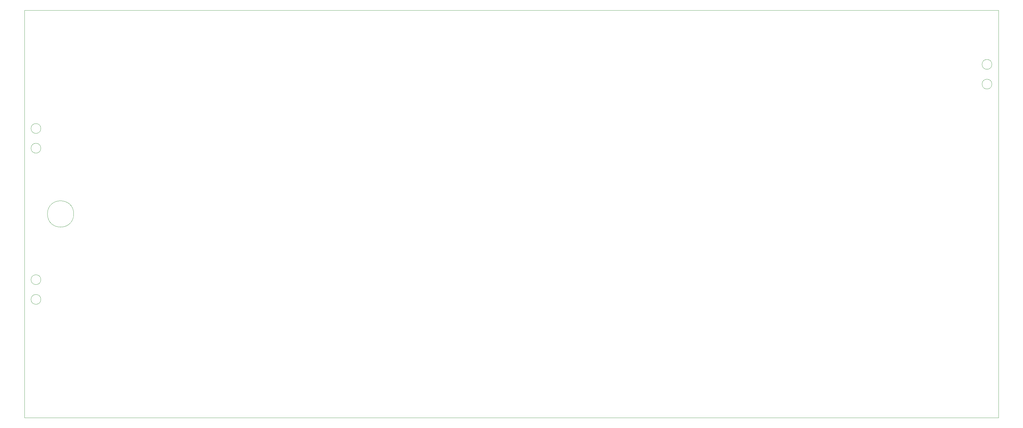
<source format=gm1>
%TF.GenerationSoftware,KiCad,Pcbnew,(5.1.9-0-10_14)*%
%TF.CreationDate,2022-12-08T20:33:16-05:00*%
%TF.ProjectId,5AhG3-18S,35416847-332d-4313-9853-2e6b69636164,rev?*%
%TF.SameCoordinates,Original*%
%TF.FileFunction,Profile,NP*%
%FSLAX46Y46*%
G04 Gerber Fmt 4.6, Leading zero omitted, Abs format (unit mm)*
G04 Created by KiCad (PCBNEW (5.1.9-0-10_14)) date 2022-12-08 20:33:16*
%MOMM*%
%LPD*%
G01*
G04 APERTURE LIST*
%TA.AperFunction,Profile*%
%ADD10C,0.050000*%
%TD*%
G04 APERTURE END LIST*
D10*
X368500000Y-96500000D02*
G75*
G03*
X368500000Y-96500000I-1500000J0D01*
G01*
X368500000Y-90500000D02*
G75*
G03*
X368500000Y-90500000I-1500000J0D01*
G01*
X79000000Y-156000000D02*
G75*
G03*
X79000000Y-156000000I-1500000J0D01*
G01*
X79000000Y-162000000D02*
G75*
G03*
X79000000Y-162000000I-1500000J0D01*
G01*
X79000000Y-110000000D02*
G75*
G03*
X79000000Y-110000000I-1500000J0D01*
G01*
X79000000Y-116000000D02*
G75*
G03*
X79000000Y-116000000I-1500000J0D01*
G01*
X89000000Y-136000000D02*
G75*
G03*
X89000000Y-136000000I-4000000J0D01*
G01*
X74000000Y-198000000D02*
X74000000Y-74000000D01*
X370500000Y-198000000D02*
X74000000Y-198000000D01*
X370500000Y-74000000D02*
X370500000Y-198000000D01*
X74000000Y-74000000D02*
X370500000Y-74000000D01*
M02*

</source>
